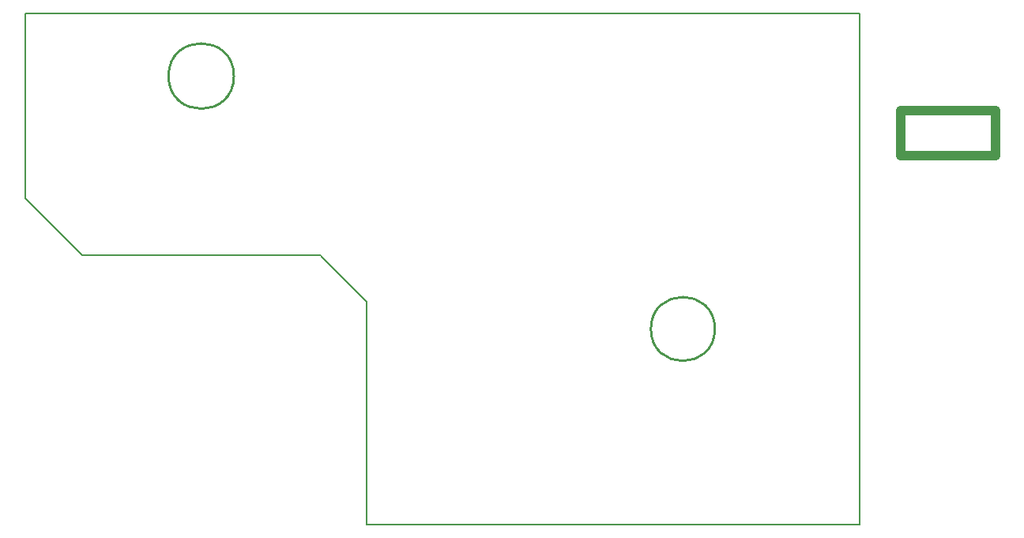
<source format=gm1>
G04*
G04 #@! TF.GenerationSoftware,Altium Limited,Altium Designer,20.2.4 (192)*
G04*
G04 Layer_Color=16711935*
%FSLAX24Y24*%
%MOIN*%
G70*
G04*
G04 #@! TF.SameCoordinates,B9BB7F2B-B7AC-4897-A438-396A0F5AD448*
G04*
G04*
G04 #@! TF.FilePolarity,Positive*
G04*
G01*
G75*
%ADD10C,0.0079*%
%ADD16C,0.0100*%
%ADD136C,0.0394*%
D10*
X10784Y80717D02*
Y88517D01*
Y80717D02*
X13184Y78317D01*
X23234D01*
X23284Y78267D01*
X25184Y76367D01*
Y66967D02*
Y76367D01*
Y66967D02*
X45984D01*
Y88517D01*
X10784D02*
X45984D01*
D16*
X19584Y85877D02*
G03*
X19584Y85877I-1380J0D01*
G01*
X39874Y75207D02*
G03*
X39874Y75207I-1350J0D01*
G01*
D136*
X47717Y82536D02*
X51706D01*
Y84426D01*
X47717D02*
X51706D01*
X47717Y82536D02*
Y84426D01*
M02*

</source>
